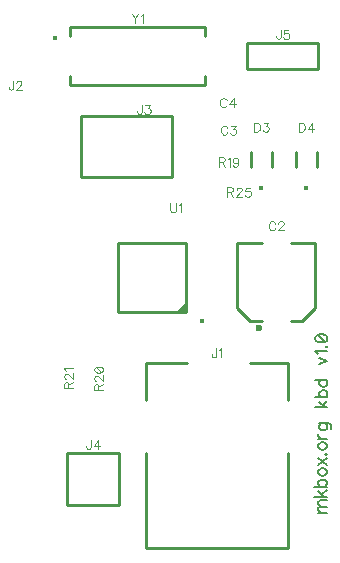
<source format=gbr>
G04 DipTrace 3.0.0.0*
G04 TopSilk.gbr*
%MOMM*%
G04 #@! TF.FileFunction,Legend,Top*
G04 #@! TF.Part,Single*
%ADD10C,0.25*%
%ADD14O,0.42016X0.41713*%
%ADD17O,0.59994X0.5996*%
%ADD20O,0.39994X0.40037*%
%ADD33O,0.3915X0.39347*%
%ADD73C,0.11765*%
%ADD74C,0.15686*%
%FSLAX35Y35*%
G04*
G71*
G90*
G75*
G01*
G04 TopSilk*
%LPD*%
X2647971Y2772978D2*
D10*
X2068029D1*
Y3353021D1*
X2647971D1*
Y2772978D1*
D14*
X2779170Y2693945D3*
G36*
X2647971Y2772978D2*
Y2852970D1*
X2567979Y2772978D1*
X2647971D1*
G37*
X3083000Y3352955D2*
D10*
X3287996Y3353038D1*
X3083000Y3352955D2*
Y2803032D1*
X3193022Y2693064D2*
X3083000Y2803032D1*
X3193022Y2693064D2*
X3287996D1*
X3538004Y3353038D2*
X3743000Y3352955D1*
Y2803032D1*
X3632978Y2693064D2*
X3743000Y2803032D1*
X3538004Y2693064D2*
X3632978D1*
D17*
X3268031Y2632980D3*
X3196008Y4001018D2*
D10*
Y4120989D1*
X3375998Y4001018D2*
Y4120989D1*
D20*
X3286003Y3816018D3*
X3577008Y4001018D2*
D10*
Y4120989D1*
X3756998Y4001018D2*
Y4120989D1*
D20*
X3667003Y3816018D3*
X2307001Y2341000D2*
D10*
X2656961D1*
X2307001Y771000D2*
Y1576922D1*
Y2020936D2*
Y2341000D1*
X3506999D2*
Y2020936D1*
Y1576922D2*
Y771000D1*
X2307001D1*
X3506999Y2341000D2*
X3187031D1*
X1758000Y4433000D2*
X2528000D1*
Y3917000D1*
X1758000D1*
Y4433000D1*
X1642000Y1574000D2*
X2082000D1*
Y1134000D1*
X1642000D1*
Y1574000D1*
X3767000Y4827000D2*
X3167000D1*
X3767000Y5047000D2*
X3167000D1*
X3767000Y4827000D2*
Y5047000D1*
X3167000Y4827000D2*
Y5047000D1*
D33*
X1542275Y5093237D3*
X1667000Y5107030D2*
D10*
Y5182000D1*
X2807000Y4692000D2*
Y4766970D1*
X1667000Y4692000D2*
X2807000D1*
X1667000D2*
Y4766970D1*
X2807000Y5107030D2*
Y5182000D1*
X1667000D2*
X2807000D1*
X2513726Y3690142D2*
D73*
Y3635476D1*
X2517348Y3624526D1*
X2524676Y3617283D1*
X2535626Y3613576D1*
X2542870D1*
X2553820Y3617283D1*
X2561148Y3624526D1*
X2564770Y3635476D1*
Y3690142D1*
X2588300Y3675486D2*
X2595628Y3679192D1*
X2606578Y3690058D1*
Y3613576D1*
X3403046Y3518898D2*
X3399424Y3526142D1*
X3392096Y3533470D1*
X3384852Y3537092D1*
X3370280D1*
X3362952Y3533470D1*
X3355709Y3526142D1*
X3352002Y3518898D1*
X3348380Y3507948D1*
Y3489670D1*
X3352002Y3478804D1*
X3355709Y3471476D1*
X3362952Y3464232D1*
X3370280Y3460526D1*
X3384852D1*
X3392096Y3464232D1*
X3399424Y3471476D1*
X3403046Y3478804D1*
X3430282Y3518814D2*
Y3522436D1*
X3433904Y3529764D1*
X3437526Y3533386D1*
X3444854Y3537008D1*
X3459426D1*
X3466670Y3533386D1*
X3470291Y3529764D1*
X3473998Y3522436D1*
Y3515192D1*
X3470291Y3507864D1*
X3463048Y3496998D1*
X3426576Y3460526D1*
X3477620D1*
X2997673Y4329951D2*
X2994051Y4337195D1*
X2986723Y4344523D1*
X2979479Y4348145D1*
X2964907D1*
X2957579Y4344523D1*
X2950335Y4337195D1*
X2946629Y4329951D1*
X2943007Y4319001D1*
Y4300723D1*
X2946629Y4289858D1*
X2950335Y4282530D1*
X2957579Y4275286D1*
X2964907Y4271580D1*
X2979479D1*
X2986723Y4275286D1*
X2994051Y4282530D1*
X2997673Y4289858D1*
X3028530Y4348061D2*
X3068540D1*
X3046724Y4318917D1*
X3057674D1*
X3064918Y4315295D1*
X3068540Y4311673D1*
X3072246Y4300723D1*
Y4293480D1*
X3068540Y4282530D1*
X3061296Y4275201D1*
X3050346Y4271580D1*
X3039396D1*
X3028530Y4275201D1*
X3024908Y4278908D1*
X3021202Y4286151D1*
X2990552Y4562708D2*
X2986930Y4569952D1*
X2979602Y4577280D1*
X2972358Y4580902D1*
X2957786D1*
X2950458Y4577280D1*
X2943214Y4569952D1*
X2939508Y4562708D1*
X2935886Y4551758D1*
Y4533480D1*
X2939508Y4522614D1*
X2943214Y4515286D1*
X2950458Y4508042D1*
X2957786Y4504336D1*
X2972358D1*
X2979602Y4508042D1*
X2986930Y4515286D1*
X2990552Y4522614D1*
X3050553Y4504336D2*
Y4580818D1*
X3014081Y4529858D1*
X3068747D1*
X3223195Y4372592D2*
Y4296026D1*
X3248717D1*
X3259667Y4299732D1*
X3266995Y4306976D1*
X3270617Y4314304D1*
X3274239Y4325170D1*
Y4343448D1*
X3270617Y4354398D1*
X3266995Y4361642D1*
X3259667Y4368970D1*
X3248717Y4372592D1*
X3223195D1*
X3305096Y4372508D2*
X3345106D1*
X3323290Y4343364D1*
X3334240D1*
X3341484Y4339742D1*
X3345106Y4336120D1*
X3348812Y4325170D1*
Y4317926D1*
X3345106Y4306976D1*
X3337862Y4299648D1*
X3326912Y4296026D1*
X3315962D1*
X3305096Y4299648D1*
X3301474Y4303354D1*
X3297768Y4310598D1*
X3602384Y4372592D2*
Y4296026D1*
X3627906D1*
X3638856Y4299732D1*
X3646184Y4306976D1*
X3649806Y4314304D1*
X3653428Y4325170D1*
Y4343448D1*
X3649806Y4354398D1*
X3646184Y4361642D1*
X3638856Y4368970D1*
X3627906Y4372592D1*
X3602384D1*
X3713429Y4296026D2*
Y4372508D1*
X3676957Y4321548D1*
X3731623D1*
X2904332Y2461592D2*
Y2403304D1*
X2900710Y2392354D1*
X2897004Y2388732D1*
X2889760Y2385026D1*
X2882432D1*
X2875188Y2388732D1*
X2871566Y2392354D1*
X2867860Y2403304D1*
Y2410548D1*
X2927862Y2446936D2*
X2935190Y2450642D1*
X2946140Y2461508D1*
Y2385026D1*
X1183789Y4727795D2*
Y4669508D1*
X1180167Y4658558D1*
X1176461Y4654936D1*
X1169217Y4651230D1*
X1161889D1*
X1154645Y4654936D1*
X1151024Y4658558D1*
X1147317Y4669508D1*
Y4676751D1*
X1211025Y4709517D2*
Y4713139D1*
X1214647Y4720467D1*
X1218269Y4724089D1*
X1225597Y4727711D1*
X1240169D1*
X1247413Y4724089D1*
X1251035Y4720467D1*
X1254741Y4713139D1*
Y4705895D1*
X1251035Y4698567D1*
X1243791Y4687701D1*
X1207319Y4651230D1*
X1258363D1*
X2272643Y4523349D2*
Y4465061D1*
X2269021Y4454111D1*
X2265315Y4450489D1*
X2258071Y4446783D1*
X2250743D1*
X2243499Y4450489D1*
X2239877Y4454111D1*
X2236171Y4465061D1*
Y4472305D1*
X2303500Y4523264D2*
X2343510D1*
X2321694Y4494121D1*
X2332644D1*
X2339888Y4490499D1*
X2343510Y4486877D1*
X2347216Y4475927D1*
Y4468683D1*
X2343510Y4457733D1*
X2336266Y4450405D1*
X2325316Y4446783D1*
X2314366D1*
X2303500Y4450405D1*
X2299878Y4454111D1*
X2296172Y4461355D1*
X1841138Y1685592D2*
Y1627304D1*
X1837516Y1616354D1*
X1833810Y1612732D1*
X1826566Y1609026D1*
X1819238D1*
X1811995Y1612732D1*
X1808373Y1616354D1*
X1804666Y1627304D1*
Y1634548D1*
X1901140Y1609026D2*
Y1685508D1*
X1864668Y1634548D1*
X1919334D1*
X3447949Y5158592D2*
Y5100304D1*
X3444327Y5089354D1*
X3440621Y5085732D1*
X3433377Y5082026D1*
X3426049D1*
X3418805Y5085732D1*
X3415184Y5089354D1*
X3411477Y5100304D1*
Y5107548D1*
X3515195Y5158508D2*
X3478807D1*
X3475185Y5125742D1*
X3478807Y5129364D1*
X3489757Y5133070D1*
X3500623D1*
X3511573Y5129364D1*
X3518901Y5122120D1*
X3522523Y5111170D1*
Y5103926D1*
X3518901Y5092976D1*
X3511573Y5085648D1*
X3500623Y5082026D1*
X3489757D1*
X3478807Y5085648D1*
X3475185Y5089354D1*
X3471479Y5096598D1*
X2925272Y4041740D2*
X2958038D1*
X2968988Y4045446D1*
X2972694Y4049068D1*
X2976316Y4056312D1*
Y4063640D1*
X2972694Y4070884D1*
X2968988Y4074590D1*
X2958038Y4078212D1*
X2925272D1*
Y4001646D1*
X2950794Y4041740D2*
X2976316Y4001646D1*
X2999845Y4063556D2*
X3007173Y4067262D1*
X3018123Y4078128D1*
Y4001646D1*
X3089075Y4052690D2*
X3085369Y4041740D1*
X3078125Y4034412D1*
X3067175Y4030790D1*
X3063553D1*
X3052603Y4034412D1*
X3045359Y4041740D1*
X3041653Y4052690D1*
Y4056312D1*
X3045359Y4067262D1*
X3052603Y4074506D1*
X3063553Y4078128D1*
X3067175D1*
X3078125Y4074506D1*
X3085369Y4067262D1*
X3089075Y4052690D1*
Y4034412D1*
X3085369Y4016218D1*
X3078125Y4005268D1*
X3067175Y4001646D1*
X3059931D1*
X3048981Y4005268D1*
X3045359Y4012596D1*
X1905880Y2107905D2*
Y2140671D1*
X1902174Y2151621D1*
X1898552Y2155327D1*
X1891308Y2158949D1*
X1883980D1*
X1876736Y2155327D1*
X1873030Y2151621D1*
X1869408Y2140671D1*
Y2107905D1*
X1945974D1*
X1905880Y2133427D2*
X1945974Y2158949D1*
X1887686Y2186184D2*
X1884064D1*
X1876736Y2189806D1*
X1873114Y2193428D1*
X1869492Y2200756D1*
Y2215328D1*
X1873114Y2222572D1*
X1876736Y2226194D1*
X1884064Y2229900D1*
X1891308D1*
X1898636Y2226194D1*
X1909502Y2218950D1*
X1945974Y2182478D1*
Y2233522D1*
X1869492Y2278951D2*
X1873114Y2268001D1*
X1884064Y2260673D1*
X1902258Y2257051D1*
X1913208D1*
X1931402Y2260673D1*
X1942352Y2268001D1*
X1945974Y2278951D1*
Y2286195D1*
X1942352Y2297145D1*
X1931402Y2304389D1*
X1913208Y2308095D1*
X1902258D1*
X1884064Y2304389D1*
X1873114Y2297145D1*
X1869492Y2286195D1*
Y2278951D1*
X1884064Y2304389D2*
X1931402Y2260673D1*
X1651880Y2124288D2*
Y2157054D1*
X1648174Y2168004D1*
X1644552Y2171710D1*
X1637308Y2175332D1*
X1629980D1*
X1622736Y2171710D1*
X1619030Y2168004D1*
X1615408Y2157054D1*
Y2124288D1*
X1691974D1*
X1651880Y2149810D2*
X1691974Y2175332D1*
X1633686Y2202567D2*
X1630064D1*
X1622736Y2206189D1*
X1619114Y2209811D1*
X1615492Y2217139D1*
Y2231711D1*
X1619114Y2238955D1*
X1622736Y2242577D1*
X1630064Y2246283D1*
X1637308D1*
X1644636Y2242577D1*
X1655502Y2235333D1*
X1691974Y2198861D1*
Y2249905D1*
X1630064Y2273434D2*
X1626358Y2280762D1*
X1615492Y2291712D1*
X1691974D1*
X2997358Y3787740D2*
X3030124D1*
X3041074Y3791446D1*
X3044780Y3795068D1*
X3048402Y3802312D1*
Y3809640D1*
X3044780Y3816884D1*
X3041074Y3820590D1*
X3030124Y3824212D1*
X2997358D1*
Y3747646D1*
X3022880Y3787740D2*
X3048402Y3747646D1*
X3075638Y3805934D2*
Y3809556D1*
X3079259Y3816884D1*
X3082881Y3820506D1*
X3090209Y3824128D1*
X3104781D1*
X3112025Y3820506D1*
X3115647Y3816884D1*
X3119353Y3809556D1*
Y3802312D1*
X3115647Y3794984D1*
X3108403Y3784118D1*
X3071931Y3747646D1*
X3122975D1*
X3190220Y3824128D2*
X3153833D1*
X3150211Y3791362D1*
X3153833Y3794984D1*
X3164783Y3798690D1*
X3175649D1*
X3186599Y3794984D1*
X3193927Y3787740D1*
X3197549Y3776790D1*
Y3769546D1*
X3193927Y3758596D1*
X3186599Y3751268D1*
X3175649Y3747646D1*
X3164783D1*
X3153833Y3751268D1*
X3150211Y3754974D1*
X3146505Y3762218D1*
X2186952Y5293592D2*
X2216096Y5257120D1*
Y5217026D1*
X2245240Y5293592D2*
X2216096Y5257120D1*
X2268770Y5278936D2*
X2276098Y5282642D1*
X2287048Y5293508D1*
Y5217026D1*
X3769286Y1069373D2*
D74*
X3837344D1*
X3788715D2*
X3774115Y1083973D1*
X3769286Y1093744D1*
Y1108232D1*
X3774115Y1118003D1*
X3788715Y1122832D1*
X3837345D1*
X3788715D2*
X3774115Y1137432D1*
X3769286Y1147203D1*
Y1161690D1*
X3774115Y1171461D1*
X3788715Y1176403D1*
X3837345Y1176402D1*
X3735257Y1207775D2*
X3837345D1*
X3769286Y1256404D2*
X3817915Y1207775D1*
X3798486Y1227204D2*
X3837344Y1261233D1*
X3735257Y1292606D2*
X3837344D1*
X3783886D2*
X3774115Y1302377D1*
X3769286Y1312035D1*
Y1326635D1*
X3774115Y1336294D1*
X3783886Y1346064D1*
X3798486Y1350894D1*
X3808144D1*
X3822744Y1346064D1*
X3832403Y1336294D1*
X3837344Y1326635D1*
Y1312035D1*
X3832403Y1302377D1*
X3822744Y1292606D1*
X3769286Y1406525D2*
X3774115Y1396866D1*
X3783886Y1387095D1*
X3798486Y1382266D1*
X3808144D1*
X3822744Y1387095D1*
X3832403Y1396866D1*
X3837344Y1406525D1*
Y1421125D1*
X3832403Y1430895D1*
X3822744Y1440554D1*
X3808144Y1445495D1*
X3798486D1*
X3783886Y1440554D1*
X3774115Y1430895D1*
X3769286Y1421125D1*
Y1406525D1*
Y1476868D2*
X3837344Y1530326D1*
X3769286D2*
X3837344Y1476868D1*
X3827574Y1566528D2*
X3832515Y1561699D1*
X3837344Y1566528D1*
X3832515Y1571470D1*
X3827574Y1566528D1*
X3769286Y1627101D2*
X3774115Y1617442D1*
X3783886Y1607672D1*
X3798486Y1602842D1*
X3808144D1*
X3822744Y1607672D1*
X3832403Y1617442D1*
X3837344Y1627101D1*
Y1641701D1*
X3832403Y1651472D1*
X3822744Y1661130D1*
X3808144Y1666072D1*
X3798486D1*
X3783886Y1661130D1*
X3774115Y1651472D1*
X3769286Y1641701D1*
Y1627101D1*
Y1697444D2*
X3837344D1*
X3798486D2*
X3783886Y1702386D1*
X3774115Y1712044D1*
X3769286Y1721815D1*
Y1736415D1*
X3774115Y1826075D2*
X3851944D1*
X3866432Y1821246D1*
X3871374Y1816417D1*
X3876203Y1806646D1*
Y1792046D1*
X3871374Y1782387D1*
X3788715Y1826075D2*
X3779057Y1816417D1*
X3774115Y1806646D1*
Y1792046D1*
X3779057Y1782387D1*
X3788715Y1772617D1*
X3803315Y1767787D1*
X3813086D1*
X3827574Y1772617D1*
X3837344Y1782387D1*
X3842174Y1792046D1*
Y1806646D1*
X3837344Y1816417D1*
X3827574Y1826075D1*
X3743413Y1963127D2*
X3845501D1*
X3777443Y2011756D2*
X3826072Y1963127D1*
X3806643Y1982556D2*
X3845501Y2016585D1*
X3743414Y2047958D2*
X3845501D1*
X3792043D2*
X3782272Y2057728D1*
X3777443Y2067387D1*
Y2081987D1*
X3782272Y2091645D1*
X3792043Y2101416D1*
X3806643Y2106245D1*
X3816301D1*
X3830901Y2101416D1*
X3840560Y2091645D1*
X3845501Y2081987D1*
Y2067387D1*
X3840560Y2057728D1*
X3830901Y2047958D1*
X3743414Y2195906D2*
X3845501Y2195905D1*
X3792043D2*
X3782272Y2186247D1*
X3777443Y2176476D1*
Y2161876D1*
X3782272Y2152218D1*
X3792043Y2142447D1*
X3806643Y2137618D1*
X3816301D1*
X3830901Y2142447D1*
X3840560Y2152218D1*
X3845501Y2161876D1*
Y2176476D1*
X3840560Y2186247D1*
X3830901Y2195905D1*
X3777443Y2326035D2*
X3845501Y2355235D1*
X3777443Y2384323D1*
X3762955Y2415695D2*
X3758013Y2425466D1*
X3743526Y2440066D1*
X3845501D1*
X3835730Y2476268D2*
X3840672Y2471439D1*
X3845501Y2476268D1*
X3840672Y2481209D1*
X3835730Y2476268D1*
X3743526Y2541782D2*
X3748355Y2527182D1*
X3762955Y2517411D1*
X3787213Y2512582D1*
X3801813D1*
X3826072Y2517411D1*
X3840672Y2527182D1*
X3845501Y2541782D1*
Y2551440D1*
X3840672Y2566040D1*
X3826072Y2575699D1*
X3801813Y2580640D1*
X3787213D1*
X3762955Y2575699D1*
X3748355Y2566040D1*
X3743526Y2551440D1*
Y2541782D1*
X3762955Y2575699D2*
X3826072Y2517411D1*
M02*

</source>
